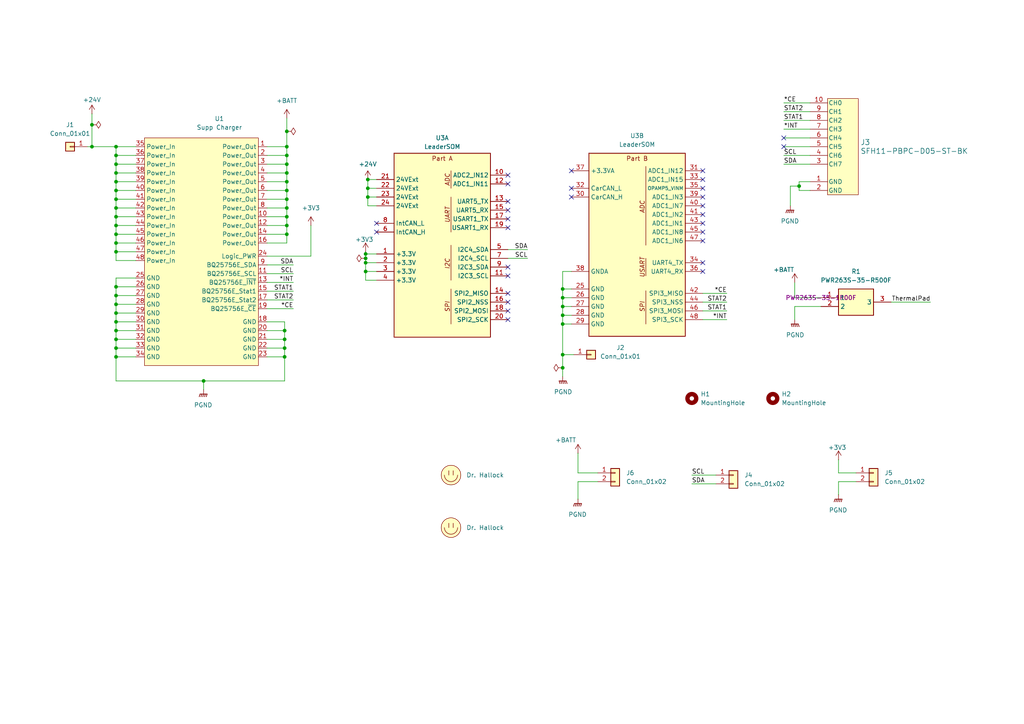
<source format=kicad_sch>
(kicad_sch (version 20250114) (generator "eeschema") (generator_version "9.0")
  (paper "A4")
  (lib_symbols
    (symbol "Connector_Generic:Conn_01x01" (pin_names (offset 1.016) (hide yes))
      (property "Reference" "J" (at 0 2.54 0))
      (property "Value" "Conn_01x01" (at 0 -2.54 0))
      (symbol "Conn_01x01_1_1"
        (rectangle (start -1.27 1.27) (end 1.27 -1.27) (stroke (width 0.254)) (fill (type background)))
        (rectangle (start -1.27 0.127) (end 0 -0.127) (stroke (width 0.1524)))
        (pin passive line (at -5.08 0 0) (length 3.81) (name "Pin_1") (number "1"))
      )
    )
    (symbol "Connector_Generic:Conn_01x02" (pin_names (offset 1.016) (hide yes))
      (property "Reference" "J" (at 0 2.54 0))
      (property "Value" "Conn_01x02" (at 0 -5.08 0))
      (symbol "Conn_01x02_1_1"
        (rectangle (start -1.27 1.27) (end 1.27 -3.81) (stroke (width 0.254)) (fill (type background)))
        (rectangle (start -1.27 0.127) (end 0 -0.127) (stroke (width 0.1524)))
        (rectangle (start -1.27 -2.413) (end 0 -2.667) (stroke (width 0.1524)))
        (pin passive line (at -5.08 0 0) (length 3.81) (name "Pin_1") (number "1"))
        (pin passive line (at -5.08 -2.54 0) (length 3.81) (name "Pin_2") (number "2"))
      )
    )
    (symbol "Custom:Supp_Charger"
      (property "Reference" "U" (at 0 32.004 0))
      (property "Value" "Supp Charger" (at 0 0 0))
      (symbol "Supp_Charger_1_1"
        (rectangle (start -16.51 30.48) (end 16.51 -35.56) (fill (type background)))
        (pin input line (at -19.05 27.94 0) (length 2.54) (name "Power_In") (number "35"))
        (pin input line (at -19.05 25.4 0) (length 2.54) (name "Power_In") (number "36"))
        (pin input line (at -19.05 22.86 0) (length 2.54) (name "Power_In") (number "37"))
        (pin input line (at -19.05 20.32 0) (length 2.54) (name "Power_In") (number "38"))
        (pin input line (at -19.05 17.78 0) (length 2.54) (name "Power_In") (number "39"))
        (pin input line (at -19.05 15.24 0) (length 2.54) (name "Power_In") (number "40"))
        (pin input line (at -19.05 12.7 0) (length 2.54) (name "Power_In") (number "41"))
        (pin input line (at -19.05 10.16 0) (length 2.54) (name "Power_In") (number "42"))
        (pin input line (at -19.05 7.62 0) (length 2.54) (name "Power_In") (number "43"))
        (pin input line (at -19.05 5.08 0) (length 2.54) (name "Power_In") (number "44"))
        (pin input line (at -19.05 2.54 0) (length 2.54) (name "Power_In") (number "45"))
        (pin input line (at -19.05 0 0) (length 2.54) (name "Power_In") (number "46"))
        (pin input line (at -19.05 -2.54 0) (length 2.54) (name "Power_In") (number "47"))
        (pin input line (at -19.05 -5.08 0) (length 2.54) (name "Power_In") (number "48"))
        (pin passive line (at -19.05 -10.16 0) (length 2.54) (name "GND") (number "25"))
        (pin passive line (at -19.05 -12.7 0) (length 2.54) (name "GND") (number "26"))
        (pin passive line (at -19.05 -15.24 0) (length 2.54) (name "GND") (number "27"))
        (pin passive line (at -19.05 -17.78 0) (length 2.54) (name "GND") (number "28"))
        (pin passive line (at -19.05 -20.32 0) (length 2.54) (name "GND") (number "29"))
        (pin passive line (at -19.05 -22.86 0) (length 2.54) (name "GND") (number "30"))
        (pin passive line (at -19.05 -25.4 0) (length 2.54) (name "GND") (number "31"))
        (pin passive line (at -19.05 -27.94 0) (length 2.54) (name "GND") (number "32"))
        (pin passive line (at -19.05 -30.48 0) (length 2.54) (name "GND") (number "33"))
        (pin passive line (at -19.05 -33.02 0) (length 2.54) (name "GND") (number "34"))
        (pin no_connect line (at -3.81 -38.1 90) (length 2.54) (hide yes) (name "MP") (number "49"))
        (pin no_connect line (at -1.27 -38.1 90) (length 2.54) (hide yes) (name "MP") (number "50"))
        (pin no_connect line (at 1.27 -38.1 90) (length 2.54) (hide yes) (name "MP") (number "51"))
        (pin no_connect line (at 3.81 -38.1 90) (length 2.54) (hide yes) (name "MP") (number "52"))
        (pin input line (at 19.05 27.94 180) (length 2.54) (name "Power_Out") (number "1"))
        (pin input line (at 19.05 25.4 180) (length 2.54) (name "Power_Out") (number "2"))
        (pin input line (at 19.05 22.86 180) (length 2.54) (name "Power_Out") (number "3"))
        (pin input line (at 19.05 20.32 180) (length 2.54) (name "Power_Out") (number "4"))
        (pin input line (at 19.05 17.78 180) (length 2.54) (name "Power_Out") (number "5"))
        (pin passive line (at 19.05 15.24 180) (length 2.54) (name "Power_Out") (number "6"))
        (pin passive line (at 19.05 12.7 180) (length 2.54) (name "Power_Out") (number "7"))
        (pin passive line (at 19.05 10.16 180) (length 2.54) (name "Power_Out") (number "8"))
        (pin passive line (at 19.05 7.62 180) (length 2.54) (name "Power_Out") (number "10"))
        (pin passive line (at 19.05 5.08 180) (length 2.54) (name "Power_Out") (number "12"))
        (pin passive line (at 19.05 2.54 180) (length 2.54) (name "Power_Out") (number "14"))
        (pin passive line (at 19.05 0 180) (length 2.54) (name "Power_Out") (number "16"))
        (pin passive line (at 19.05 -3.81 180) (length 2.54) (name "Logic_PWR") (number "24"))
        (pin output line (at 19.05 -6.35 180) (length 2.54) (name "BQ25756E_SDA") (number "9"))
        (pin output line (at 19.05 -8.89 180) (length 2.54) (name "BQ25756E_SCL") (number "11"))
        (pin output line (at 19.05 -11.43 180) (length 2.54) (name "BQ25756E_~{INT}") (number "13"))
        (pin output line (at 19.05 -13.97 180) (length 2.54) (name "BQ25756E_Stat1") (number "15"))
        (pin passive line (at 19.05 -16.51 180) (length 2.54) (name "BQ25756E_Stat2") (number "17"))
        (pin passive line (at 19.05 -19.05 180) (length 2.54) (name "BQ25756E_~{CE}") (number "19"))
        (pin passive line (at 19.05 -22.86 180) (length 2.54) (name "GND") (number "18"))
        (pin passive line (at 19.05 -25.4 180) (length 2.54) (name "GND") (number "20"))
        (pin passive line (at 19.05 -27.94 180) (length 2.54) (name "GND") (number "21"))
        (pin passive line (at 19.05 -30.48 180) (length 2.54) (name "GND") (number "22"))
        (pin passive line (at 19.05 -33.02 180) (length 2.54) (name "GND") (number "23"))
      )
    )
    (symbol "Mechanical:MountingHole" (pin_names (offset 1.016)) (exclude_from_sim yes) (in_bom no)
      (property "Reference" "H" (at 0 5.08 0))
      (property "Value" "MountingHole" (at 0 3.175 0))
      (symbol "MountingHole_0_1"
        (circle (center 0 0) (radius 1.27) (stroke (width 1.27)))
      )
    )
    (symbol "PowerResistor:PWR263S-35-R500F"
      (property "Reference" "R1" (at 10.16 6.985 0))
      (property "Value" "PWR263S-35-R500F" (at 10.16 4.445 0))
      (symbol "PWR263S-35-R500F_1_1"
        (rectangle (start 5.08 2.54) (end 15.24 -5.08) (stroke (width 0.254)) (fill (type background)))
        (pin passive line (at 0 0 0) (length 5.08) (name "1") (number "1"))
        (pin passive line (at 0 -2.54 0) (length 5.08) (name "2") (number "2"))
        (pin passive line (at 20.32 -1.27 180) (length 5.08) (name "3") (number "3"))
      )
    )
    (symbol "power:+24V" (power) (pin_numbers (hide yes)) (pin_names (offset 0) (hide yes))
      (property "Value" "+24V" (at 0 3.556 0))
      (symbol "+24V_0_1"
        (polyline (pts (xy -0.762 1.27) (xy 0 2.54)))
        (polyline (pts (xy 0 2.54) (xy 0.762 1.27)))
        (polyline (pts (xy 0 0) (xy 0 2.54)))
      )
      (symbol "+24V_1_1"
        (pin power_in line (at 0 0 90) (length 0) (name "~") (number "1"))
      )
    )
    (symbol "power:+3V3" (power) (pin_numbers (hide yes)) (pin_names (offset 0) (hide yes))
      (property "Value" "+3V3" (at 0 3.556 0))
      (symbol "+3V3_0_1"
        (polyline (pts (xy -0.762 1.27) (xy 0 2.54)))
        (polyline (pts (xy 0 2.54) (xy 0.762 1.27)))
        (polyline (pts (xy 0 0) (xy 0 2.54)))
      )
      (symbol "+3V3_1_1"
        (pin power_in line (at 0 0 90) (length 0) (name "~") (number "1"))
      )
    )
    (symbol "power:+BATT" (power) (pin_numbers (hide yes)) (pin_names (offset 0) (hide yes))
      (property "Value" "+BATT" (at 0 3.556 0))
      (symbol "+BATT_0_1"
        (polyline (pts (xy -0.762 1.27) (xy 0 2.54)))
        (polyline (pts (xy 0 2.54) (xy 0.762 1.27)))
        (polyline (pts (xy 0 0) (xy 0 2.54)))
      )
      (symbol "+BATT_1_1"
        (pin power_in line (at 0 0 90) (length 0) (name "~") (number "1"))
      )
    )
    (symbol "power:GNDPWR" (power) (pin_numbers (hide yes)) (pin_names (offset 0) (hide yes))
      (property "Value" "GNDPWR" (at 0 -3.302 0))
      (symbol "GNDPWR_0_1"
        (polyline (pts (xy -1.016 -1.27) (xy -1.27 -2.032) (xy -1.27 -2.032)) (stroke (width 0.2032)))
        (polyline (pts (xy -0.508 -1.27) (xy -0.762 -2.032) (xy -0.762 -2.032)) (stroke (width 0.2032)))
        (polyline (pts (xy 0 -1.27) (xy 0 0)))
        (polyline (pts (xy 0 -1.27) (xy -0.254 -2.032) (xy -0.254 -2.032)) (stroke (width 0.2032)))
        (polyline (pts (xy 0.508 -1.27) (xy 0.254 -2.032) (xy 0.254 -2.032)) (stroke (width 0.2032)))
        (polyline (pts (xy 1.016 -1.27) (xy -1.016 -1.27) (xy -1.016 -1.27)) (stroke (width 0.2032)))
        (polyline (pts (xy 1.016 -1.27) (xy 0.762 -2.032) (xy 0.762 -2.032) (xy 0.762 -2.032)) (stroke (width 0.2032)))
      )
      (symbol "GNDPWR_1_1"
        (pin power_in line (at 0 0 270) (length 0) (name "~") (number "1"))
      )
    )
    (symbol "power:PWR_FLAG" (power) (pin_numbers (hide yes)) (pin_names (offset 0) (hide yes))
      (property "Value" "PWR_FLAG" (at 0 3.81 0))
      (symbol "PWR_FLAG_0_0"
        (pin power_out line (at 0 0 90) (length 0) (name "~") (number "1"))
      )
      (symbol "PWR_FLAG_0_1"
        (polyline (pts (xy 0 0) (xy 0 1.27) (xy -1.016 1.905) (xy 0 2.54) (xy 1.016 1.905) (xy 0 1.27)))
      )
    )
    (symbol "utsvt_connectors:LeaderSOMConnector"
      (property "Reference" "U" (at 0 30.734 0))
      (property "Value" "LeaderSOM" (at -0.254 28.448 0))
      (symbol "LeaderSOMConnector_1_1"
        (rectangle (start -13.97 26.67) (end 13.97 -26.67) (stroke (width 0.254)) (fill (type background)))
        (polyline (pts (xy 2.54 16.51) (xy 2.54 21.59)))
        (polyline (pts (xy 2.54 3.81) (xy 2.54 13.97)))
        (polyline (pts (xy 2.54 -10.16) (xy 2.54 0)))
        (polyline (pts (xy 2.54 -22.86) (xy 2.54 -12.7)))
        (text "Part A" (at 0 25.146 0) (effects (font (size 1.27 1.27))))
        (text "ADC" (at 1.524 19.05 900) (effects (font (size 1.27 1.27) (italic yes))))
        (text "UART" (at 1.524 8.89 900) (effects (font (size 1.27 1.27) (italic yes))))
        (text "I2C" (at 1.524 -5.334 900) (effects (font (size 1.27 1.27) (italic yes))))
        (text "SPI" (at 1.524 -17.78 900) (effects (font (size 1.27 1.27) (italic yes))))
        (pin input line (at -19.05 19.05 0) (length 5.08) (name "24VExt") (number "21"))
        (pin input line (at -19.05 16.51 0) (length 5.08) (name "24VExt") (number "22"))
        (pin input line (at -19.05 13.97 0) (length 5.08) (name "24VExt") (number "23"))
        (pin input line (at -19.05 11.43 0) (length 5.08) (name "24VExt") (number "24"))
        (pin input line (at -19.05 6.35 0) (length 5.08) (name "IntCAN_L") (number "8"))
        (pin input line (at -19.05 3.81 0) (length 5.08) (name "IntCAN_H") (number "6"))
        (pin output line (at -19.05 -2.54 0) (length 5.08) (name "+3.3V") (number "1"))
        (pin output line (at -19.05 -5.08 0) (length 5.08) (name "+3.3V") (number "2"))
        (pin output line (at -19.05 -7.62 0) (length 5.08) (name "+3.3V") (number "3"))
        (pin output line (at -19.05 -10.16 0) (length 5.08) (name "+3.3V") (number "4"))
        (pin no_connect line (at -19.05 -15.24 0) (length 5.08) (hide yes) (name "MNT") (number "49"))
        (pin no_connect line (at -19.05 -17.78 0) (length 5.08) (hide yes) (name "MNT") (number "50"))
        (pin no_connect line (at -19.05 -20.32 0) (length 5.08) (hide yes) (name "MNT") (number "51"))
        (pin no_connect line (at -19.05 -22.606 0) (length 5.08) (hide yes) (name "MNT") (number "52"))
        (pin input line (at 19.05 20.32 180) (length 5.08) (name "ADC2_IN12") (number "10"))
        (pin input line (at 19.05 17.78 180) (length 5.08) (name "ADC1_IN11") (number "12"))
        (pin bidirectional line (at 19.05 12.7 180) (length 5.08) (name "UART5_TX") (number "13"))
        (pin bidirectional line (at 19.05 10.16 180) (length 5.08) (name "UART5_RX") (number "15"))
        (pin bidirectional line (at 19.05 7.62 180) (length 5.08) (name "USART1_TX") (number "17"))
        (pin bidirectional line (at 19.05 5.08 180) (length 5.08) (name "USART1_RX") (number "19"))
        (pin bidirectional line (at 19.05 -1.27 180) (length 5.08) (name "I2C4_SDA") (number "5"))
        (pin input line (at 19.05 -3.81 180) (length 5.08) (name "I2C4_SCL") (number "7"))
        (pin bidirectional line (at 19.05 -6.35 180) (length 5.08) (name "I2C3_SDA") (number "9"))
        (pin input line (at 19.05 -8.89 180) (length 5.08) (name "I2C3_SCL") (number "11"))
        (pin input line (at 19.05 -13.97 180) (length 5.08) (name "SPI2_MISO") (number "14"))
        (pin output line (at 19.05 -16.51 180) (length 5.08) (name "SPI2_NSS") (number "16"))
        (pin output line (at 19.05 -19.05 180) (length 5.08) (name "SPI2_MOSI") (number "18"))
        (pin output line (at 19.05 -21.59 180) (length 5.08) (name "SPI2_SCK") (number "20"))
      )
      (symbol "LeaderSOMConnector_2_1"
        (rectangle (start -13.97 26.67) (end 13.97 -26.416) (stroke (width 0.254)) (fill (type background)))
        (polyline (pts (xy 2.54 0) (xy 2.54 22.86)))
        (polyline (pts (xy 2.54 -8.89) (xy 2.54 -3.81)))
        (polyline (pts (xy 2.54 -22.86) (xy 2.54 -13.208)))
        (text "Part B" (at 0 25.146 0) (effects (font (size 1.27 1.27))))
        (text "ADC" (at 1.524 11.176 900) (effects (font (size 1.27 1.27) (italic yes))))
        (text "USART" (at 1.524 -6.35 900) (effects (font (size 1.27 1.27) (italic yes))))
        (text "SPI" (at 1.524 -17.78 900) (effects (font (size 1.27 1.27) (italic yes))))
        (pin output line (at -19.05 21.59 0) (length 5.08) (name "+3.3VA") (number "37"))
        (pin input line (at -19.05 16.51 0) (length 5.08) (name "CarCAN_L") (number "32"))
        (pin input line (at -19.05 13.97 0) (length 5.08) (name "CarCAN_H") (number "30"))
        (pin input line (at -19.05 -7.62 0) (length 5.08) (name "GNDA") (number "38"))
        (pin input line (at -19.05 -12.7 0) (length 5.08) (name "GND") (number "25"))
        (pin input line (at -19.05 -15.24 0) (length 5.08) (name "GND") (number "26"))
        (pin input line (at -19.05 -17.78 0) (length 5.08) (name "GND") (number "27"))
        (pin input line (at -19.05 -20.32 0) (length 5.08) (name "GND") (number "28"))
        (pin input line (at -19.05 -22.86 0) (length 5.08) (name "GND") (number "29"))
        (pin input line (at 19.05 21.59 180) (length 5.08) (name "ADC1_IN12") (number "31"))
        (pin output line (at 19.05 19.05 180) (length 5.08) (name "ADC1_IN15") (number "33"))
        (pin output line (at 19.05 16.51 180) (length 5.08) (name "OPAMP5_VINM") (number "35"))
        (pin output line (at 19.05 13.97 180) (length 5.08) (name "ADC1_IN3") (number "39"))
        (pin input line (at 19.05 11.43 180) (length 5.08) (name "ADC1_IN7") (number "40"))
        (pin input line (at 19.05 8.89 180) (length 5.08) (name "ADC1_IN2") (number "41"))
        (pin input line (at 19.05 6.35 180) (length 5.08) (name "ADC1_IN1") (number "43"))
        (pin output line (at 19.05 3.81 180) (length 5.08) (name "ADC1_IN8") (number "45"))
        (pin output line (at 19.05 1.27 180) (length 5.08) (name "ADC1_IN6") (number "47"))
        (pin output line (at 19.05 -5.08 180) (length 5.08) (name "UART4_TX") (number "34"))
        (pin output line (at 19.05 -7.62 180) (length 5.08) (name "UART4_RX") (number "36"))
        (pin output line (at 19.05 -13.97 180) (length 5.08) (name "SPI3_MISO") (number "42"))
        (pin input line (at 19.05 -16.51 180) (length 5.08) (name "SPI3_NSS") (number "44"))
        (pin output line (at 19.05 -19.05 180) (length 5.08) (name "SPI3_MOSI") (number "46"))
        (pin output line (at 19.05 -21.59 180) (length 5.08) (name "SPI3_SCK") (number "48"))
      )
    )
    (symbol "utsvt_connectors:SFH11-PBPC-D05-ST-BK" (pin_names (offset 0.254))
      (property "Reference" "J" (at 8.89 6.35 0))
      (property "Value" "SFH11-PBPC-D05-ST-BK" (at 8.89 4.318 0))
      (symbol "SFH11-PBPC-D05-ST-BK_1_1"
        (rectangle (start 5.08 2.54) (end 13.97 -25.4) (fill (type background)))
        (pin output line (at 0 1.27 0) (length 5.08) (name "CH0") (number "10"))
        (pin output line (at 0 -1.27 0) (length 5.08) (name "CH1") (number "9"))
        (pin output line (at 0 -3.81 0) (length 5.08) (name "CH2") (number "8"))
        (pin output line (at 0 -6.35 0) (length 5.08) (name "CH3") (number "7"))
        (pin output line (at 0 -8.89 0) (length 5.08) (name "CH4") (number "6"))
        (pin output line (at 0 -11.43 0) (length 5.08) (name "CH5") (number "5"))
        (pin output line (at 0 -13.97 0) (length 5.08) (name "CH6") (number "4"))
        (pin output line (at 0 -16.51 0) (length 5.08) (name "CH7") (number "3"))
        (pin output line (at 0 -21.59 0) (length 5.08) (name "GND") (number "1"))
        (pin output line (at 0 -24.13 0) (length 5.08) (name "GND") (number "2"))
      )
      (symbol "SFH11-PBPC-D05-ST-BK_1_2"
        (polyline (pts (xy 5.08 2.54) (xy 5.08 -25.4)) (stroke (width 0.127)))
        (polyline (pts (xy 5.08 -25.4) (xy 12.7 -25.4)) (stroke (width 0.127)))
        (polyline (pts (xy 7.62 0) (xy 5.08 0)) (stroke (width 0.127)))
        (polyline (pts (xy 7.62 0) (xy 8.89 0.8467)) (stroke (width 0.127)))
        (polyline (pts (xy 7.62 0) (xy 8.89 -0.8467)) (stroke (width 0.127)))
        (polyline (pts (xy 7.62 -2.54) (xy 5.08 -2.54)) (stroke (width 0.127)))
        (polyline (pts (xy 7.62 -2.54) (xy 8.89 -1.6933)) (stroke (width 0.127)))
        (polyline (pts (xy 7.62 -2.54) (xy 8.89 -3.3867)) (stroke (width 0.127)))
        (polyline (pts (xy 7.62 -5.08) (xy 5.08 -5.08)) (stroke (width 0.127)))
        (polyline (pts (xy 7.62 -5.08) (xy 8.89 -4.2333)) (stroke (width 0.127)))
        (polyline (pts (xy 7.62 -5.08) (xy 8.89 -5.9267)) (stroke (width 0.127)))
        (polyline (pts (xy 7.62 -7.62) (xy 5.08 -7.62)) (stroke (width 0.127)))
        (polyline (pts (xy 7.62 -7.62) (xy 8.89 -6.7733)) (stroke (width 0.127)))
        (polyline (pts (xy 7.62 -7.62) (xy 8.89 -8.4667)) (stroke (width 0.127)))
        (polyline (pts (xy 7.62 -10.16) (xy 5.08 -10.16)) (stroke (width 0.127)))
        (polyline (pts (xy 7.62 -10.16) (xy 8.89 -9.3133)) (stroke (width 0.127)))
        (polyline (pts (xy 7.62 -10.16) (xy 8.89 -11.0067)) (stroke (width 0.127)))
        (polyline (pts (xy 7.62 -12.7) (xy 5.08 -12.7)) (stroke (width 0.127)))
        (polyline (pts (xy 7.62 -12.7) (xy 8.89 -11.8533)) (stroke (width 0.127)))
        (polyline (pts (xy 7.62 -12.7) (xy 8.89 -13.5467)) (stroke (width 0.127)))
        (polyline (pts (xy 7.62 -15.24) (xy 5.08 -15.24)) (stroke (width 0.127)))
        (polyline (pts (xy 7.62 -15.24) (xy 8.89 -14.3933)) (stroke (width 0.127)))
        (polyline (pts (xy 7.62 -15.24) (xy 8.89 -16.0867)) (stroke (width 0.127)))
        (polyline (pts (xy 7.62 -17.78) (xy 5.08 -17.78)) (stroke (width 0.127)))
        (polyline (pts (xy 7.62 -17.78) (xy 8.89 -16.9333)) (stroke (width 0.127)))
        (polyline (pts (xy 7.62 -17.78) (xy 8.89 -18.6267)) (stroke (width 0.127)))
        (polyline (pts (xy 7.62 -20.32) (xy 5.08 -20.32)) (stroke (width 0.127)))
        (polyline (pts (xy 7.62 -20.32) (xy 8.89 -19.4733)) (stroke (width 0.127)))
        (polyline (pts (xy 7.62 -20.32) (xy 8.89 -21.1667)) (stroke (width 0.127)))
        (polyline (pts (xy 7.62 -22.86) (xy 5.08 -22.86)) (stroke (width 0.127)))
        (polyline (pts (xy 7.62 -22.86) (xy 8.89 -22.0133)) (stroke (width 0.127)))
        (polyline (pts (xy 7.62 -22.86) (xy 8.89 -23.7067)) (stroke (width 0.127)))
        (polyline (pts (xy 12.7 2.54) (xy 5.08 2.54)) (stroke (width 0.127)))
        (polyline (pts (xy 12.7 -25.4) (xy 12.7 2.54)) (stroke (width 0.127)))
        (pin unspecified line (at 0 0 0) (length 5.08) (name "1") (number "1"))
        (pin unspecified line (at 0 -2.54 0) (length 5.08) (name "2") (number "2"))
        (pin unspecified line (at 0 -5.08 0) (length 5.08) (name "3") (number "3"))
        (pin unspecified line (at 0 -7.62 0) (length 5.08) (name "4") (number "4"))
        (pin unspecified line (at 0 -10.16 0) (length 5.08) (name "5") (number "5"))
        (pin unspecified line (at 0 -12.7 0) (length 5.08) (name "6") (number "6"))
        (pin unspecified line (at 0 -15.24 0) (length 5.08) (name "7") (number "7"))
        (pin unspecified line (at 0 -17.78 0) (length 5.08) (name "8") (number "8"))
        (pin unspecified line (at 0 -20.32 0) (length 5.08) (name "9") (number "9"))
        (pin unspecified line (at 0 -22.86 0) (length 5.08) (name "10") (number "10"))
      )
    )
    (symbol "utsvt_misc:Logo_Placeholder" (pin_names (offset 1.016))
      (property "Value" "Dr. Hallock" (at 3.556 0 0))
      (symbol "Logo_Placeholder_0_1"
        (polyline (pts (xy -0.635 1.27) (xy -0.635 0)))
        (arc (start 1.905 0) (mid 0 -1.8967) (end -1.905 0))
        (circle (center 0 0) (radius 2.8448) (fill (type background)))
        (polyline (pts (xy 0.635 1.27) (xy 0.635 0)))
      )
    )
  )
  (junction (at 163.195 86.36))
  (junction (at 33.655 73.025))
  (junction (at 33.655 90.805))
  (junction (at 106.045 73.66))
  (junction (at 163.195 106.68))
  (junction (at 26.67 36.195))
  (junction (at 33.655 95.885))
  (junction (at 83.185 65.405))
  (junction (at 33.655 55.245))
  (junction (at 163.195 91.44))
  (junction (at 163.195 102.87))
  (junction (at 163.195 93.98))
  (junction (at 33.655 85.725))
  (junction (at 83.185 55.245))
  (junction (at 83.185 62.865))
  (junction (at 33.655 50.165))
  (junction (at 82.55 100.965))
  (junction (at 106.68 52.07))
  (junction (at 83.185 57.785))
  (junction (at 83.185 42.545))
  (junction (at 231.775 53.975))
  (junction (at 33.655 100.965))
  (junction (at 33.655 42.545))
  (junction (at 33.655 83.185))
  (junction (at 83.185 47.625))
  (junction (at 82.55 95.885))
  (junction (at 33.655 45.085))
  (junction (at 83.185 60.325))
  (junction (at 106.68 57.15))
  (junction (at 163.195 83.82))
  (junction (at 33.655 57.785))
  (junction (at 33.655 93.345))
  (junction (at 33.655 62.865))
  (junction (at 33.655 103.505))
  (junction (at 26.67 42.545))
  (junction (at 82.55 103.505))
  (junction (at 33.655 67.945))
  (junction (at 33.655 88.265))
  (junction (at 33.655 65.405))
  (junction (at 33.655 60.325))
  (junction (at 82.55 98.425))
  (junction (at 106.045 74.93))
  (junction (at 106.045 76.2))
  (junction (at 106.045 78.74))
  (junction (at 83.185 50.165))
  (junction (at 163.195 88.9))
  (junction (at 83.185 67.945))
  (junction (at 33.655 47.625))
  (junction (at 33.655 52.705))
  (junction (at 33.655 98.425))
  (junction (at 83.185 52.705))
  (junction (at 83.185 45.085))
  (junction (at 33.655 70.485))
  (junction (at 106.68 54.61))
  (junction (at 83.185 38.1))
  (junction (at 59.055 110.49))
  (no_connect (at 147.32 63.5))
  (no_connect (at 147.32 60.96))
  (no_connect (at 147.32 87.63))
  (no_connect (at 203.835 62.23))
  (no_connect (at 147.32 90.17))
  (no_connect (at 203.835 52.07))
  (no_connect (at 203.835 78.74))
  (no_connect (at 227.33 42.545))
  (no_connect (at 165.735 57.15))
  (no_connect (at 147.32 92.71))
  (no_connect (at 203.835 57.15))
  (no_connect (at 147.32 58.42))
  (no_connect (at 109.22 67.31))
  (no_connect (at 203.835 69.85))
  (no_connect (at 203.835 64.77))
  (no_connect (at 147.32 77.47))
  (no_connect (at 165.735 54.61))
  (no_connect (at 147.32 53.34))
  (no_connect (at 203.835 59.69))
  (no_connect (at 147.32 80.01))
  (no_connect (at 147.32 85.09))
  (no_connect (at 227.33 40.005))
  (no_connect (at 203.835 76.2))
  (no_connect (at 203.835 54.61))
  (no_connect (at 147.32 66.04))
  (no_connect (at 147.32 50.8))
  (no_connect (at 203.835 67.31))
  (no_connect (at 203.835 49.53))
  (no_connect (at 109.22 64.77))
  (no_connect (at 165.735 49.53))
  (wire (pts (xy 33.655 103.505) (xy 33.655 110.49)))
  (wire (pts (xy 33.655 70.485) (xy 39.37 70.485)))
  (wire (pts (xy 77.47 98.425) (xy 82.55 98.425)))
  (wire (pts (xy 33.655 73.025) (xy 33.655 75.565)))
  (wire (pts (xy 203.835 90.17) (xy 210.82 90.17)))
  (wire (pts (xy 106.68 54.61) (xy 109.22 54.61)))
  (wire (pts (xy 231.775 52.705) (xy 231.775 53.975)))
  (wire (pts (xy 39.37 50.165) (xy 33.655 50.165)))
  (wire (pts (xy 165.735 83.82) (xy 163.195 83.82)))
  (wire (pts (xy 234.95 52.705) (xy 231.775 52.705)))
  (wire (pts (xy 167.64 131.445) (xy 167.64 137.16)))
  (wire (pts (xy 83.185 38.1) (xy 83.185 42.545)))
  (wire (pts (xy 33.655 90.805) (xy 33.655 93.345)))
  (wire (pts (xy 83.185 55.245) (xy 83.185 57.785)))
  (wire (pts (xy 231.775 55.245) (xy 234.95 55.245)))
  (wire (pts (xy 33.655 42.545) (xy 33.655 45.085)))
  (wire (pts (xy 248.285 137.16) (xy 243.205 137.16)))
  (wire (pts (xy 227.33 47.625) (xy 234.95 47.625)))
  (wire (pts (xy 33.655 83.185) (xy 33.655 85.725)))
  (wire (pts (xy 227.33 29.845) (xy 234.95 29.845)))
  (wire (pts (xy 33.655 62.865) (xy 39.37 62.865)))
  (wire (pts (xy 227.33 45.085) (xy 234.95 45.085)))
  (wire (pts (xy 77.47 76.835) (xy 85.09 76.835)))
  (wire (pts (xy 82.55 100.965) (xy 82.55 103.505)))
  (wire (pts (xy 33.655 65.405) (xy 39.37 65.405)))
  (wire (pts (xy 173.355 137.16) (xy 167.64 137.16)))
  (wire (pts (xy 106.045 78.74) (xy 109.22 78.74)))
  (wire (pts (xy 33.655 70.485) (xy 33.655 73.025)))
  (wire (pts (xy 229.235 53.975) (xy 229.235 59.69)))
  (wire (pts (xy 39.37 45.085) (xy 33.655 45.085)))
  (wire (pts (xy 77.47 74.295) (xy 90.17 74.295)))
  (wire (pts (xy 90.17 65.405) (xy 90.17 74.295)))
  (wire (pts (xy 77.47 65.405) (xy 83.185 65.405)))
  (wire (pts (xy 109.22 76.2) (xy 106.045 76.2)))
  (wire (pts (xy 83.185 62.865) (xy 83.185 65.405)))
  (wire (pts (xy 26.67 33.02) (xy 26.67 36.195)))
  (wire (pts (xy 59.055 110.49) (xy 33.655 110.49)))
  (wire (pts (xy 33.655 95.885) (xy 39.37 95.885)))
  (wire (pts (xy 106.68 52.07) (xy 109.22 52.07)))
  (wire (pts (xy 33.655 67.945) (xy 39.37 67.945)))
  (wire (pts (xy 33.655 65.405) (xy 33.655 67.945)))
  (wire (pts (xy 230.505 88.9) (xy 230.505 92.71)))
  (wire (pts (xy 200.66 137.795) (xy 207.645 137.795)))
  (wire (pts (xy 167.64 139.7) (xy 167.64 144.78)))
  (wire (pts (xy 203.835 87.63) (xy 210.82 87.63)))
  (wire (pts (xy 106.045 81.28) (xy 109.22 81.28)))
  (wire (pts (xy 33.655 83.185) (xy 39.37 83.185)))
  (wire (pts (xy 231.775 53.975) (xy 231.775 55.245)))
  (wire (pts (xy 25.4 42.545) (xy 26.67 42.545)))
  (wire (pts (xy 77.47 100.965) (xy 82.55 100.965)))
  (wire (pts (xy 77.47 62.865) (xy 83.185 62.865)))
  (wire (pts (xy 203.835 85.09) (xy 210.82 85.09)))
  (wire (pts (xy 238.125 88.9) (xy 230.505 88.9)))
  (wire (pts (xy 33.655 85.725) (xy 33.655 88.265)))
  (wire (pts (xy 33.655 103.505) (xy 39.37 103.505)))
  (wire (pts (xy 77.47 52.705) (xy 83.185 52.705)))
  (wire (pts (xy 33.655 75.565) (xy 39.37 75.565)))
  (wire (pts (xy 33.655 90.805) (xy 39.37 90.805)))
  (wire (pts (xy 203.835 92.71) (xy 210.82 92.71)))
  (wire (pts (xy 26.67 42.545) (xy 33.655 42.545)))
  (wire (pts (xy 106.045 76.2) (xy 106.045 78.74)))
  (wire (pts (xy 59.055 110.49) (xy 59.055 113.03)))
  (wire (pts (xy 83.185 45.085) (xy 83.185 47.625)))
  (wire (pts (xy 106.68 57.15) (xy 106.68 54.61)))
  (wire (pts (xy 39.37 57.785) (xy 33.655 57.785)))
  (wire (pts (xy 82.55 95.885) (xy 82.55 98.425)))
  (wire (pts (xy 227.33 37.465) (xy 234.95 37.465)))
  (wire (pts (xy 26.67 36.195) (xy 26.67 42.545)))
  (wire (pts (xy 106.68 54.61) (xy 106.68 52.07)))
  (wire (pts (xy 33.655 88.265) (xy 33.655 90.805)))
  (wire (pts (xy 33.655 73.025) (xy 39.37 73.025)))
  (wire (pts (xy 163.195 88.9) (xy 165.735 88.9)))
  (wire (pts (xy 33.655 67.945) (xy 33.655 70.485)))
  (wire (pts (xy 166.37 102.87) (xy 163.195 102.87)))
  (wire (pts (xy 77.47 42.545) (xy 83.185 42.545)))
  (wire (pts (xy 33.655 45.085) (xy 33.655 47.625)))
  (wire (pts (xy 83.185 52.705) (xy 83.185 55.245)))
  (wire (pts (xy 33.655 60.325) (xy 33.655 62.865)))
  (wire (pts (xy 77.47 47.625) (xy 83.185 47.625)))
  (wire (pts (xy 77.47 89.535) (xy 85.09 89.535)))
  (wire (pts (xy 77.47 57.785) (xy 83.185 57.785)))
  (wire (pts (xy 33.655 80.645) (xy 33.655 83.185)))
  (wire (pts (xy 109.22 59.69) (xy 106.68 59.69)))
  (wire (pts (xy 77.47 67.945) (xy 83.185 67.945)))
  (wire (pts (xy 83.185 67.945) (xy 83.185 70.485)))
  (wire (pts (xy 106.045 73.66) (xy 106.045 74.93)))
  (wire (pts (xy 163.195 86.36) (xy 163.195 88.9)))
  (wire (pts (xy 243.205 139.7) (xy 243.205 143.51)))
  (wire (pts (xy 77.47 50.165) (xy 83.185 50.165)))
  (wire (pts (xy 83.185 65.405) (xy 83.185 67.945)))
  (wire (pts (xy 33.655 62.865) (xy 33.655 65.405)))
  (wire (pts (xy 39.37 60.325) (xy 33.655 60.325)))
  (wire (pts (xy 227.33 40.005) (xy 234.95 40.005)))
  (wire (pts (xy 33.655 98.425) (xy 33.655 100.965)))
  (wire (pts (xy 163.195 91.44) (xy 163.195 93.98)))
  (wire (pts (xy 33.655 100.965) (xy 39.37 100.965)))
  (wire (pts (xy 163.195 91.44) (xy 165.735 91.44)))
  (wire (pts (xy 163.195 86.36) (xy 165.735 86.36)))
  (wire (pts (xy 230.505 86.36) (xy 238.125 86.36)))
  (wire (pts (xy 77.47 81.915) (xy 85.09 81.915)))
  (wire (pts (xy 163.195 102.87) (xy 163.195 106.68)))
  (wire (pts (xy 82.55 110.49) (xy 59.055 110.49)))
  (wire (pts (xy 77.47 86.995) (xy 85.09 86.995)))
  (wire (pts (xy 77.47 93.345) (xy 82.55 93.345)))
  (wire (pts (xy 33.655 52.705) (xy 33.655 55.245)))
  (wire (pts (xy 83.185 34.29) (xy 83.185 38.1)))
  (wire (pts (xy 106.045 74.93) (xy 106.045 76.2)))
  (wire (pts (xy 39.37 42.545) (xy 33.655 42.545)))
  (wire (pts (xy 77.47 55.245) (xy 83.185 55.245)))
  (wire (pts (xy 82.55 98.425) (xy 82.55 100.965)))
  (wire (pts (xy 163.195 106.68) (xy 163.195 109.22)))
  (wire (pts (xy 163.195 83.82) (xy 163.195 86.36)))
  (wire (pts (xy 39.37 52.705) (xy 33.655 52.705)))
  (wire (pts (xy 77.47 103.505) (xy 82.55 103.505)))
  (wire (pts (xy 39.37 47.625) (xy 33.655 47.625)))
  (wire (pts (xy 83.185 42.545) (xy 83.185 45.085)))
  (wire (pts (xy 82.55 93.345) (xy 82.55 95.885)))
  (wire (pts (xy 83.185 47.625) (xy 83.185 50.165)))
  (wire (pts (xy 33.655 57.785) (xy 33.655 60.325)))
  (wire (pts (xy 106.68 59.69) (xy 106.68 57.15)))
  (wire (pts (xy 106.68 57.15) (xy 109.22 57.15)))
  (wire (pts (xy 33.655 50.165) (xy 33.655 52.705)))
  (wire (pts (xy 227.33 32.385) (xy 234.95 32.385)))
  (wire (pts (xy 258.445 87.63) (xy 269.875 87.63)))
  (wire (pts (xy 77.47 79.375) (xy 85.09 79.375)))
  (wire (pts (xy 227.33 42.545) (xy 234.95 42.545)))
  (wire (pts (xy 243.205 133.35) (xy 243.205 137.16)))
  (wire (pts (xy 230.505 81.915) (xy 230.505 86.36)))
  (wire (pts (xy 77.47 84.455) (xy 85.09 84.455)))
  (wire (pts (xy 227.33 34.925) (xy 234.95 34.925)))
  (wire (pts (xy 33.655 95.885) (xy 33.655 98.425)))
  (wire (pts (xy 33.655 93.345) (xy 33.655 95.885)))
  (wire (pts (xy 147.32 74.93) (xy 153.035 74.93)))
  (wire (pts (xy 33.655 93.345) (xy 39.37 93.345)))
  (wire (pts (xy 39.37 80.645) (xy 33.655 80.645)))
  (wire (pts (xy 82.55 103.505) (xy 82.55 110.49)))
  (wire (pts (xy 163.195 78.74) (xy 163.195 83.82)))
  (wire (pts (xy 33.655 85.725) (xy 39.37 85.725)))
  (wire (pts (xy 77.47 70.485) (xy 83.185 70.485)))
  (wire (pts (xy 173.355 139.7) (xy 167.64 139.7)))
  (wire (pts (xy 83.185 60.325) (xy 83.185 62.865)))
  (wire (pts (xy 231.775 53.975) (xy 229.235 53.975)))
  (wire (pts (xy 200.66 140.335) (xy 207.645 140.335)))
  (wire (pts (xy 83.185 50.165) (xy 83.185 52.705)))
  (wire (pts (xy 109.22 73.66) (xy 106.045 73.66)))
  (wire (pts (xy 33.655 98.425) (xy 39.37 98.425)))
  (wire (pts (xy 77.47 60.325) (xy 83.185 60.325)))
  (wire (pts (xy 33.655 47.625) (xy 33.655 50.165)))
  (wire (pts (xy 77.47 95.885) (xy 82.55 95.885)))
  (wire (pts (xy 77.47 45.085) (xy 83.185 45.085)))
  (wire (pts (xy 106.045 78.74) (xy 106.045 81.28)))
  (wire (pts (xy 163.195 93.98) (xy 163.195 102.87)))
  (wire (pts (xy 83.185 57.785) (xy 83.185 60.325)))
  (wire (pts (xy 165.735 78.74) (xy 163.195 78.74)))
  (wire (pts (xy 163.195 93.98) (xy 165.735 93.98)))
  (wire (pts (xy 33.655 100.965) (xy 33.655 103.505)))
  (wire (pts (xy 33.655 88.265) (xy 39.37 88.265)))
  (wire (pts (xy 248.285 139.7) (xy 243.205 139.7)))
  (wire (pts (xy 163.195 88.9) (xy 163.195 91.44)))
  (wire (pts (xy 106.045 73.025) (xy 106.045 73.66)))
  (wire (pts (xy 147.32 72.39) (xy 153.035 72.39)))
  (wire (pts (xy 39.37 55.245) (xy 33.655 55.245)))
  (wire (pts (xy 33.655 55.245) (xy 33.655 57.785)))
  (label "STAT1" (at 85.09 84.455 180))
  (label "*INT" (at 85.09 81.915 180))
  (label "STAT2" (at 210.82 87.63 180))
  (label "*CE" (at 210.82 85.09 180))
  (label "STAT2" (at 85.09 86.995 180))
  (label "SCL" (at 200.66 137.795 0))
  (label "SDA" (at 227.33 47.625 0))
  (label "STAT2" (at 227.33 32.385 0))
  (label "*CE" (at 227.33 29.845 0))
  (label "*CE" (at 85.09 89.535 180))
  (label "STAT1" (at 210.82 90.17 180))
  (label "SDA" (at 153.035 72.39 180))
  (label "ThermalPad" (at 269.875 87.63 180))
  (label "SCL" (at 153.035 74.93 180))
  (label "STAT1" (at 227.33 34.925 0))
  (label "SCL" (at 85.09 79.375 180))
  (label "*INT" (at 210.82 92.71 180))
  (label "SCL" (at 227.33 45.085 0))
  (label "SDA" (at 85.09 76.835 180))
  (label "SDA" (at 200.66 140.335 0))
  (label "*INT" (at 227.33 37.465 0))
  (symbol (lib_id "Connector_Generic:Conn_01x02") (at 253.365 137.16 0) (unit 1) (in_bom no)
    (property "Reference" "J5" (at 256.54 137.1599 0) (effects (justify left)))
    (property "Value" "Conn_01x02" (at 256.54 139.6999 0) (effects (justify left)))
    (property "Footprint" "Connector_PinHeader_2.54mm:PinHeader_1x02_P2.54mm_Vertical" (effects (hide yes)))
    (property "Description" "Generic connector, single row, 01x02, script generated (kicad-library-utils/schlib/autogen/connector/)" (effects (hide yes)))
  )
  (symbol (lib_id "power:GNDPWR") (at 230.505 92.71 0) (mirror y) (unit 1)
    (property "Reference" "#PWR012" (effects (hide yes)))
    (property "Value" "PGND" (at 230.632 97.155 0))
    (property "Description" "Power symbol creates a global label with name \"GNDPWR\" , global ground" (effects (hide yes)))
  )
  (symbol (lib_id "power:+24V") (at 26.67 33.02 0) (unit 1)
    (property "Reference" "#PWR06" (effects (hide yes)))
    (property "Value" "+24V" (at 26.67 28.956 0))
    (property "Description" "Power symbol creates a global label with name \"+24V\"" (effects (hide yes)))
  )
  (symbol (lib_id "power:+BATT") (at 230.505 81.915 0) (unit 1)
    (property "Reference" "#PWR04" (effects (hide yes)))
    (property "Value" "+BATT" (at 227.33 78.232 0))
    (property "Description" "Power symbol creates a global label with name \"+BATT\"" (effects (hide yes)))
  )
  (symbol (lib_id "Mechanical:MountingHole") (at 200.66 115.57 0) (unit 1) (in_bom no)
    (property "Reference" "H1" (at 203.2 114.2999 0) (effects (justify left)))
    (property "Value" "MountingHole" (at 203.2 116.8399 0) (effects (justify left)))
    (property "Footprint" "MountingHole:MountingHole_3.2mm_M3_Pad_TopBottom" (effects (hide yes)))
    (property "Description" "Mounting Hole without connection" (effects (hide yes)))
  )
  (symbol (lib_id "Connector_Generic:Conn_01x01") (at 20.32 42.545 180) (unit 1) (in_bom no)
    (property "Reference" "J1" (at 20.32 36.195 0))
    (property "Value" "Conn_01x01" (at 20.32 38.735 0))
    (property "Footprint" "Custom:5754" (effects (hide yes)))
    (property "Description" "Generic connector, single row, 01x01, script generated (kicad-library-utils/schlib/autogen/connector/)" (effects (hide yes)))
  )
  (symbol (lib_id "power:+3V3") (at 243.205 133.35 0) (unit 1)
    (property "Reference" "#PWR014" (effects (hide yes)))
    (property "Value" "+3V3" (at 242.824 129.794 0))
    (property "Description" "Power symbol creates a global label with name \"+3V3\"" (effects (hide yes)))
  )
  (symbol (lib_id "power:PWR_FLAG") (at 163.195 106.68 90) (mirror x) (unit 1)
    (property "Reference" "#FLG02" (effects (hide yes)))
    (property "Value" "PWR_FLAG" (effects (hide yes)))
    (property "Description" "Special symbol for telling ERC where power comes from" (effects (hide yes)))
  )
  (symbol (lib_id "power:+3V3") (at 90.17 65.405 0) (unit 1)
    (property "Reference" "#PWR07" (effects (hide yes)))
    (property "Value" "+3V3" (at 90.17 60.325 0))
    (property "Description" "Power symbol creates a global label with name \"+3V3\"" (effects (hide yes)))
  )
  (symbol (lib_id "PowerResistor:PWR263S-35-R500F") (at 238.125 86.36 0) (unit 1)
    (property "Reference" "R1" (at 248.285 78.74 0))
    (property "Value" "PWR263S-35-R500F" (at 248.285 81.28 0))
    (property "Footprint" "Custom:RES_PWR263S-35-3300F" (effects (hide yes)))
    (property "Datasheet" "http://www.bourns.com/docs/Product-Datasheets/PWR263S-35.pdf" (effects (hide yes)))
    (property "Description" "Thick Film Resistors - SMD 0.5Ohms 1% 250V" (effects (hide yes)))
    (property "Height" "4.88" (effects (hide yes)))
    (property "Mouser Part Number" "652-PWR263S35R500F" (effects (hide yes)))
    (property "Mouser Price/Stock" "https://www.mouser.co.uk/ProductDetail/Bourns/PWR263S-35-R500F?qs=oyIm%2F3giSj4Rf%2FlV2hVY6w%3D%3D" (effects (hide yes)))
    (property "Manufacturer_Name" "Bourns" (effects (hide yes)))
    (property "Manufacturer_Part_Number" "PWR263S-35-R500F" (effects (hide yes)))
    (property "P/N" "PWR263S-35-1R00F" (at 238.125 86.36 0))
  )
  (symbol (lib_id "power:GNDPWR") (at 59.055 113.03 0) (unit 1)
    (property "Reference" "#PWR02" (effects (hide yes)))
    (property "Value" "PGND" (at 58.928 117.475 0))
    (property "Description" "Power symbol creates a global label with name \"GNDPWR\" , global ground" (effects (hide yes)))
  )
  (symbol (lib_id "power:+3V3") (at 106.045 73.025 0) (unit 1)
    (property "Reference" "#PWR08" (effects (hide yes)))
    (property "Value" "+3V3" (at 105.664 69.469 0))
    (property "Description" "Power symbol creates a global label with name \"+3V3\"" (effects (hide yes)))
  )
  (symbol (lib_id "power:PWR_FLAG") (at 83.185 38.1 270) (unit 1)
    (property "Reference" "#FLG04" (effects (hide yes)))
    (property "Description" "Special symbol for telling ERC where power comes from" (effects (hide yes)))
  )
  (symbol (lib_id "Mechanical:MountingHole") (at 224.155 115.57 0) (unit 1) (in_bom no)
    (property "Reference" "H2" (at 226.695 114.2999 0) (effects (justify left)))
    (property "Value" "MountingHole" (at 226.695 116.8399 0) (effects (justify left)))
    (property "Footprint" "MountingHole:MountingHole_3.2mm_M3_Pad_TopBottom" (effects (hide yes)))
    (property "Description" "Mounting Hole without connection" (effects (hide yes)))
  )
  (symbol (lib_id "Connector_Generic:Conn_01x02") (at 178.435 137.16 0) (unit 1) (in_bom no)
    (property "Reference" "J6" (at 181.61 137.1599 0) (effects (justify left)))
    (property "Value" "Conn_01x02" (at 181.61 139.6999 0) (effects (justify left)))
    (property "Footprint" "UTSVT_Connectors:AMASS_XT30UPB-M_1x02_P5.0mm_Vertical" (effects (hide yes)))
    (property "Description" "Generic connector, single row, 01x02, script generated (kicad-library-utils/schlib/autogen/connector/)" (effects (hide yes)))
  )
  (symbol (lib_id "power:GNDPWR") (at 163.195 109.22 0) (mirror y) (unit 1)
    (property "Reference" "#PWR05" (effects (hide yes)))
    (property "Value" "PGND" (at 163.322 113.665 0))
    (property "Description" "Power symbol creates a global label with name \"GNDPWR\" , global ground" (effects (hide yes)))
  )
  (symbol (lib_id "power:+24V") (at 106.68 52.07 0) (unit 1)
    (property "Reference" "#PWR09" (effects (hide yes)))
    (property "Value" "+24V" (at 106.68 47.625 0))
    (property "Description" "Power symbol creates a global label with name \"+24V\"" (effects (hide yes)))
  )
  (symbol (lib_id "power:+BATT") (at 83.185 34.29 0) (unit 1)
    (property "Reference" "#PWR01" (effects (hide yes)))
    (property "Value" "+BATT" (at 83.185 29.21 0))
    (property "Description" "Power symbol creates a global label with name \"+BATT\"" (effects (hide yes)))
  )
  (symbol (lib_id "Connector_Generic:Conn_01x02") (at 212.725 137.795 0) (unit 1) (in_bom no)
    (property "Reference" "J4" (at 215.9 137.7949 0) (effects (justify left)))
    (property "Value" "Conn_01x02" (at 215.9 140.3349 0) (effects (justify left)))
    (property "Footprint" "Connector_PinHeader_2.54mm:PinHeader_1x02_P2.54mm_Vertical" (effects (hide yes)))
    (property "Description" "Generic connector, single row, 01x02, script generated (kicad-library-utils/schlib/autogen/connector/)" (effects (hide yes)))
  )
  (symbol (lib_id "power:GNDPWR") (at 243.205 143.51 0) (unit 1)
    (property "Reference" "#PWR015" (effects (hide yes)))
    (property "Value" "PGND" (at 243.078 147.955 0))
    (property "Description" "Power symbol creates a global label with name \"GNDPWR\" , global ground" (effects (hide yes)))
  )
  (symbol (lib_id "utsvt_misc:Logo_Placeholder") (at 130.81 153.035 0) (unit 1) (in_bom no)
    (property "Reference" "LOGO3" (effects (hide yes)))
    (property "Value" "Dr. Hallock" (at 135.255 153.0349 0) (effects (justify left)))
    (property "Footprint" "UTSVT_Logos:Hallock_Image_Tiny" (effects (hide yes)))
    (property "Description" "Graph footprint placeholder" (effects (hide yes)))
  )
  (symbol (lib_id "Custom:Supp_Charger") (at 58.42 70.485 0) (unit 1)
    (property "Reference" "U1" (at 63.627 34.417 0))
    (property "Value" "Supp Charger" (at 63.627 36.957 0))
    (property "Footprint" "Custom:SuppCharger" (effects (hide yes)))
    (property "Datasheet" "https://www.digikey.com/en/products/detail/molex/0533072471/3197073" (effects (hide yes)))
    (property "P/N" "53307-2471" (effects (hide yes)))
  )
  (symbol (lib_id "power:+BATT") (at 167.64 131.445 0) (unit 1)
    (property "Reference" "#PWR013" (effects (hide yes)))
    (property "Value" "+BATT" (at 164.084 127.635 0))
    (property "Description" "Power symbol creates a global label with name \"+BATT\"" (effects (hide yes)))
  )
  (symbol (lib_id "power:PWR_FLAG") (at 26.67 36.195 270) (unit 1)
    (property "Reference" "#FLG01" (effects (hide yes)))
    (property "Description" "Special symbol for telling ERC where power comes from" (effects (hide yes)))
  )
  (symbol (lib_id "power:PWR_FLAG") (at 106.045 74.93 90) (unit 1)
    (property "Reference" "#FLG03" (effects (hide yes)))
    (property "Description" "Special symbol for telling ERC where power comes from" (effects (hide yes)))
  )
  (symbol (lib_id "utsvt_connectors:LeaderSOMConnector") (at 128.27 71.12 0) (unit 1) (in_bom no)
    (property "Reference" "U3" (at 128.27 40.005 0))
    (property "Value" "LeaderSOM" (at 128.27 42.545 0))
    (property "Footprint" "UTSVT_Special:LeaderSOM" (effects (hide yes)))
    (property "Datasheet" "https://github.com/lhr-solar/LeaderSOMPCB" (effects (hide yes)))
    (property "Description" "Symbol for both board-to-board connectors from the LeaderSOM" (effects (hide yes)))
  )
  (symbol (lib_id "Connector_Generic:Conn_01x01") (at 171.45 102.87 0) (mirror x) (unit 1) (in_bom no)
    (property "Reference" "J2" (at 179.959 100.838 0))
    (property "Value" "Conn_01x01" (at 179.959 103.378 0))
    (property "Footprint" "Custom:5754" (effects (hide yes)))
    (property "Description" "Generic connector, single row, 01x01, script generated (kicad-library-utils/schlib/autogen/connector/)" (effects (hide yes)))
  )
  (symbol (lib_id "power:GNDPWR") (at 229.235 59.69 0) (unit 1)
    (property "Reference" "#PWR010" (effects (hide yes)))
    (property "Value" "PGND" (at 229.108 64.135 0))
    (property "Description" "Power symbol creates a global label with name \"GNDPWR\" , global ground" (effects (hide yes)))
  )
  (symbol (lib_id "utsvt_connectors:LeaderSOMConnector") (at 184.785 71.12 0) (unit 2) (in_bom no)
    (property "Reference" "U3" (at 184.785 39.37 0))
    (property "Value" "LeaderSOM" (at 184.785 41.91 0))
    (property "Footprint" "UTSVT_Special:LeaderSOM" (effects (hide yes)))
    (property "Datasheet" "https://github.com/lhr-solar/LeaderSOMPCB" (effects (hide yes)))
    (property "Description" "Symbol for both board-to-board connectors from the LeaderSOM" (effects (hide yes)))
  )
  (symbol (lib_id "utsvt_connectors:SFH11-PBPC-D05-ST-BK") (at 234.95 31.115 0) (unit 1) (in_bom no)
    (property "Reference" "J3" (at 249.555 41.2749 0) (effects (font (size 1.524 1.524)) (justify left)))
    (property "Value" "SFH11-PBPC-D05-ST-BK" (at 249.555 43.8149 0) (effects (font (size 1.524 1.524)) (justify left)))
    (property "Footprint" "UTSVT_Connectors:CONN_SFH11-xxxC-D05-ST-XX_SUL" (effects (hide yes)))
    (property "Datasheet" "https://www.digikey.com/en/products/detail/sullins-connector-solutions/SFH11-PBPC-D05-ST-BK/1990087?gclsrc=aw.ds&gad_source=1&gad_campaignid=120565755&gbraid=0AAAAADrbLljEsXDDEt5svizMM4jeYrL-A&gclid=Cj0KCQjwwZDFBhCpARIsAB95qO2YCKMg2VQme3QQBBCFa3dTLVMMS-qCbMZE8KZJpYe-_Bi6ULwi-x0aAvv3EALw_wcB" (effects (hide yes)))
    (property "Description" "Connector interfacing with logic analyzers" (effects (hide yes)))
    (property "P/N" "SFH11-PBPC-D05-ST-BK" (effects (hide yes)))
  )
  (symbol (lib_id "utsvt_misc:Logo_Placeholder") (at 130.81 137.795 0) (unit 1) (in_bom no)
    (property "Reference" "LOGO2" (effects (hide yes)))
    (property "Value" "Dr. Hallock" (at 135.255 137.7949 0) (effects (justify left)))
    (property "Footprint" "UTSVT_Logos:LHRs_LOGO" (effects (hide yes)))
    (property "Description" "Graph footprint placeholder" (effects (hide yes)))
  )
  (symbol (lib_id "power:GNDPWR") (at 167.64 144.78 0) (unit 1)
    (property "Reference" "#PWR011" (effects (hide yes)))
    (property "Value" "PGND" (at 167.513 149.225 0))
    (property "Description" "Power symbol creates a global label with name \"GNDPWR\" , global ground" (effects (hide yes)))
  )
)
</source>
